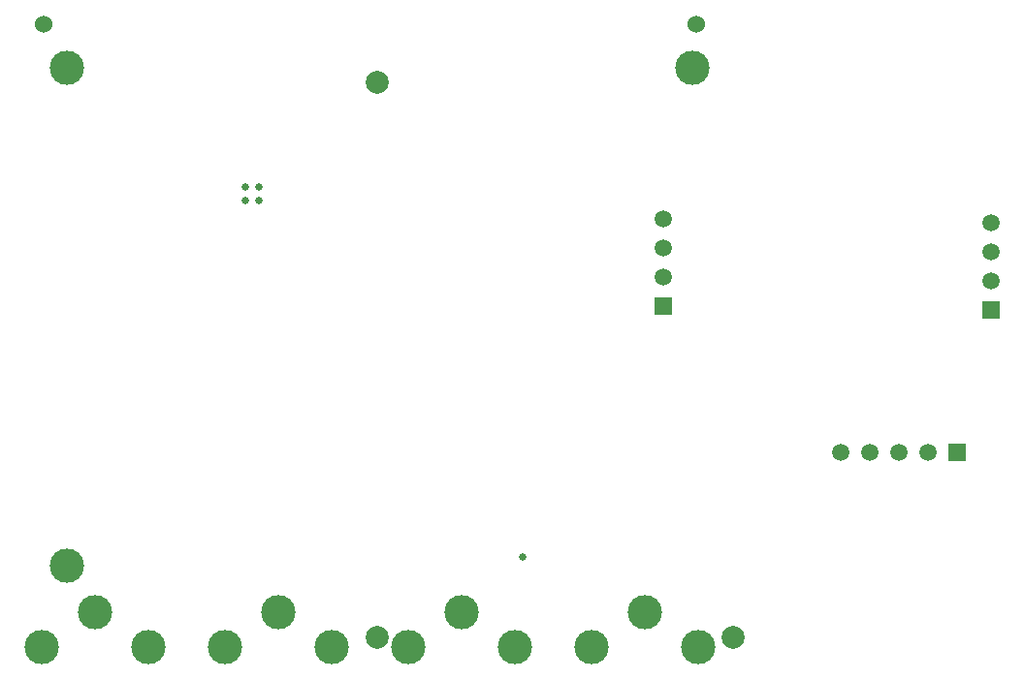
<source format=gbs>
%FSLAX25Y25*%
%MOIN*%
G70*
G01*
G75*
G04 Layer_Color=16711935*
%ADD10R,0.03150X0.05512*%
%ADD11R,0.02559X0.00984*%
%ADD12R,0.02362X0.04528*%
%ADD13O,0.07284X0.02362*%
%ADD14R,0.07874X0.03937*%
%ADD15R,0.17716X0.17716*%
%ADD16O,0.02559X0.00984*%
%ADD17O,0.00984X0.02559*%
%ADD18R,0.03543X0.02953*%
%ADD19R,0.05315X0.03740*%
%ADD20R,0.11811X0.00039*%
%ADD21R,0.01575X0.01575*%
%ADD22R,0.06102X0.02559*%
%ADD23O,0.00984X0.02362*%
%ADD24R,0.08268X0.05512*%
%ADD25O,0.01772X0.05118*%
%ADD26R,0.00984X0.01969*%
%ADD27R,0.05118X0.03937*%
%ADD28R,0.03937X0.03543*%
%ADD29R,0.03937X0.01378*%
%ADD30R,0.02953X0.09449*%
%ADD31O,0.02362X0.08071*%
%ADD32R,0.08071X0.03150*%
%ADD33R,0.03543X0.03150*%
%ADD34R,0.01969X0.02362*%
%ADD35R,0.03150X0.03543*%
%ADD36R,0.02362X0.01969*%
%ADD37R,0.03937X0.05118*%
%ADD38C,0.03937*%
%ADD39C,0.01000*%
%ADD40C,0.01969*%
%ADD41C,0.01181*%
%ADD42C,0.03150*%
%ADD43C,0.05906*%
%ADD44C,0.01575*%
%ADD45C,0.03937*%
%ADD46C,0.02362*%
%ADD47C,0.00787*%
G04:AMPARAMS|DCode=48|XSize=18.11mil|YSize=66.44mil|CornerRadius=0mil|HoleSize=0mil|Usage=FLASHONLY|Rotation=34.500|XOffset=0mil|YOffset=0mil|HoleType=Round|Shape=Rectangle|*
%AMROTATEDRECTD48*
4,1,4,0.01135,-0.03251,-0.02628,0.02225,-0.01135,0.03251,0.02628,-0.02225,0.01135,-0.03251,0.0*
%
%ADD48ROTATEDRECTD48*%

%ADD49R,0.01811X0.07992*%
%ADD50R,0.12598X0.05079*%
%ADD51R,0.12598X0.04764*%
%ADD52R,0.08583X0.15590*%
%ADD53R,1.00709X0.04764*%
%ADD54R,0.36142X0.03937*%
%ADD55R,0.19193X0.05079*%
%ADD56R,0.04724X0.03150*%
%ADD57R,0.03937X0.02913*%
%ADD58R,0.35500X0.02000*%
%ADD59R,0.12728X0.02500*%
%ADD60R,0.03032X0.06303*%
%ADD61R,0.05906X0.05906*%
%ADD62C,0.05906*%
%ADD63R,0.05906X0.05906*%
%ADD64C,0.11811*%
%ADD65C,0.06000*%
%ADD66C,0.02598*%
%ADD67C,0.03150*%
%ADD68C,0.07874*%
%ADD69C,0.00984*%
%ADD70C,0.00800*%
%ADD71C,0.11811*%
D61*
X552000Y265500D02*
D03*
D62*
X542000D02*
D03*
X532000D02*
D03*
X522000D02*
D03*
X512000D02*
D03*
X451000Y326000D02*
D03*
Y336000D02*
D03*
Y346000D02*
D03*
X563500Y324500D02*
D03*
Y334500D02*
D03*
Y344500D02*
D03*
D63*
X451000Y316000D02*
D03*
X563500Y314500D02*
D03*
D64*
X426193Y198689D02*
D03*
X462807D02*
D03*
X444500Y210500D02*
D03*
X237193Y198689D02*
D03*
X273807D02*
D03*
X255500Y210500D02*
D03*
X300193Y198689D02*
D03*
X336807D02*
D03*
X318500Y210500D02*
D03*
X363193Y198689D02*
D03*
X399807D02*
D03*
X381500Y210500D02*
D03*
D65*
X238000Y412783D02*
D03*
X462094D02*
D03*
D66*
X311862Y356862D02*
D03*
Y352138D02*
D03*
X307138Y356862D02*
D03*
Y352138D02*
D03*
X402638Y229500D02*
D03*
D68*
X352500Y202000D02*
D03*
X475000D02*
D03*
X352500Y393000D02*
D03*
D71*
X246000Y226500D02*
D03*
Y398000D02*
D03*
X461000D02*
D03*
M02*

</source>
